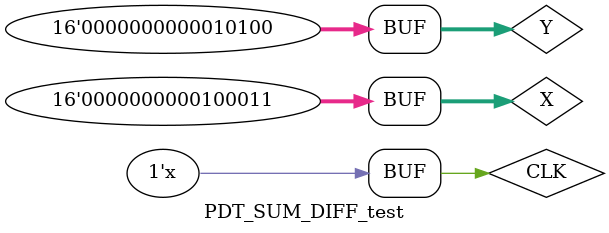
<source format=v>
module PDT_SUM_DIFF_test;
	reg [15:0] X,Y;
	wire [31:0] O;
	reg CLK;
	PDT_SUM_DIFF psd_test(O,X,Y,CLK);
	always
		begin 
		#5 CLK=~CLK;
		end
	initial 
		begin
			CLK=1'b0;
			$monitor("OUTPUT=%d ,X=%d ,Y=%d, Clk=%b",O,X,Y,CLK);
			#10 X=12; Y=10;
			#10 X=105; Y=11;
			#10 X=31; Y=5;
			#10 X=100; Y=81;
			#10 X=35; Y=20;
			
		end
endmodule

</source>
